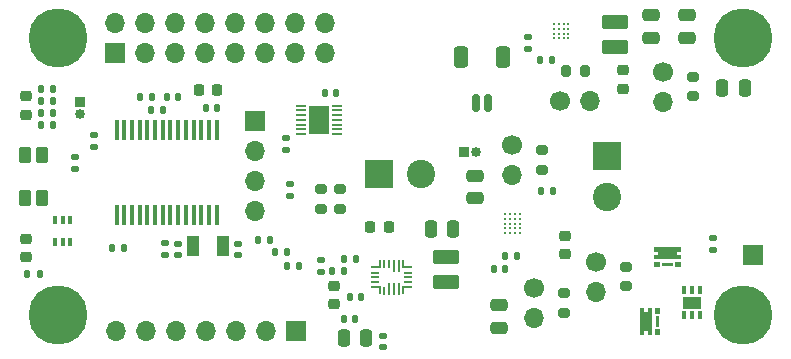
<source format=gbs>
%TF.GenerationSoftware,KiCad,Pcbnew,8.0.6*%
%TF.CreationDate,2024-11-10T15:23:17+09:00*%
%TF.ProjectId,powerups,706f7765-7275-4707-932e-6b696361645f,0.9.3*%
%TF.SameCoordinates,Original*%
%TF.FileFunction,Soldermask,Bot*%
%TF.FilePolarity,Negative*%
%FSLAX46Y46*%
G04 Gerber Fmt 4.6, Leading zero omitted, Abs format (unit mm)*
G04 Created by KiCad (PCBNEW 8.0.6) date 2024-11-10 15:23:17*
%MOMM*%
%LPD*%
G01*
G04 APERTURE LIST*
G04 Aperture macros list*
%AMRoundRect*
0 Rectangle with rounded corners*
0 $1 Rounding radius*
0 $2 $3 $4 $5 $6 $7 $8 $9 X,Y pos of 4 corners*
0 Add a 4 corners polygon primitive as box body*
4,1,4,$2,$3,$4,$5,$6,$7,$8,$9,$2,$3,0*
0 Add four circle primitives for the rounded corners*
1,1,$1+$1,$2,$3*
1,1,$1+$1,$4,$5*
1,1,$1+$1,$6,$7*
1,1,$1+$1,$8,$9*
0 Add four rect primitives between the rounded corners*
20,1,$1+$1,$2,$3,$4,$5,0*
20,1,$1+$1,$4,$5,$6,$7,0*
20,1,$1+$1,$6,$7,$8,$9,0*
20,1,$1+$1,$8,$9,$2,$3,0*%
G04 Aperture macros list end*
%ADD10C,0.100000*%
%ADD11C,5.000000*%
%ADD12R,1.700000X1.700000*%
%ADD13O,1.700000X1.700000*%
%ADD14R,0.350000X0.650000*%
%ADD15R,1.600000X1.000000*%
%ADD16R,2.400000X2.400000*%
%ADD17C,2.400000*%
%ADD18RoundRect,0.135000X-0.135000X-0.185000X0.135000X-0.185000X0.135000X0.185000X-0.135000X0.185000X0*%
%ADD19RoundRect,0.250000X0.250000X0.475000X-0.250000X0.475000X-0.250000X-0.475000X0.250000X-0.475000X0*%
%ADD20RoundRect,0.135000X0.135000X0.185000X-0.135000X0.185000X-0.135000X-0.185000X0.135000X-0.185000X0*%
%ADD21RoundRect,0.250000X0.275000X-0.450000X0.275000X0.450000X-0.275000X0.450000X-0.275000X-0.450000X0*%
%ADD22C,0.250000*%
%ADD23RoundRect,0.250000X0.475000X-0.250000X0.475000X0.250000X-0.475000X0.250000X-0.475000X-0.250000X0*%
%ADD24RoundRect,0.050000X0.337500X0.050000X-0.337500X0.050000X-0.337500X-0.050000X0.337500X-0.050000X0*%
%ADD25R,1.780000X2.350000*%
%ADD26RoundRect,0.140000X-0.170000X0.140000X-0.170000X-0.140000X0.170000X-0.140000X0.170000X0.140000X0*%
%ADD27C,1.700000*%
%ADD28RoundRect,0.200000X-0.275000X0.200000X-0.275000X-0.200000X0.275000X-0.200000X0.275000X0.200000X0*%
%ADD29RoundRect,0.135000X0.185000X-0.135000X0.185000X0.135000X-0.185000X0.135000X-0.185000X-0.135000X0*%
%ADD30RoundRect,0.225000X0.250000X-0.225000X0.250000X0.225000X-0.250000X0.225000X-0.250000X-0.225000X0*%
%ADD31R,0.850000X0.850000*%
%ADD32O,0.850000X0.850000*%
%ADD33RoundRect,0.225000X-0.225000X-0.250000X0.225000X-0.250000X0.225000X0.250000X-0.225000X0.250000X0*%
%ADD34RoundRect,0.140000X0.140000X0.170000X-0.140000X0.170000X-0.140000X-0.170000X0.140000X-0.170000X0*%
%ADD35RoundRect,0.100000X-0.100000X0.225000X-0.100000X-0.225000X0.100000X-0.225000X0.100000X0.225000X0*%
%ADD36RoundRect,0.218750X0.256250X-0.218750X0.256250X0.218750X-0.256250X0.218750X-0.256250X-0.218750X0*%
%ADD37R,0.450000X1.750000*%
%ADD38RoundRect,0.200000X-0.200000X-0.275000X0.200000X-0.275000X0.200000X0.275000X-0.200000X0.275000X0*%
%ADD39RoundRect,0.200000X0.275000X-0.200000X0.275000X0.200000X-0.275000X0.200000X-0.275000X-0.200000X0*%
%ADD40RoundRect,0.140000X-0.140000X-0.170000X0.140000X-0.170000X0.140000X0.170000X-0.140000X0.170000X0*%
%ADD41R,1.000000X1.800000*%
%ADD42RoundRect,0.225000X-0.250000X0.225000X-0.250000X-0.225000X0.250000X-0.225000X0.250000X0.225000X0*%
%ADD43RoundRect,0.225000X0.225000X0.250000X-0.225000X0.250000X-0.225000X-0.250000X0.225000X-0.250000X0*%
%ADD44RoundRect,0.250000X-0.250000X-0.475000X0.250000X-0.475000X0.250000X0.475000X-0.250000X0.475000X0*%
%ADD45RoundRect,0.140000X0.170000X-0.140000X0.170000X0.140000X-0.170000X0.140000X-0.170000X-0.140000X0*%
%ADD46RoundRect,0.250000X-0.350000X-0.650000X0.350000X-0.650000X0.350000X0.650000X-0.350000X0.650000X0*%
%ADD47RoundRect,0.150000X-0.150000X-0.625000X0.150000X-0.625000X0.150000X0.625000X-0.150000X0.625000X0*%
%ADD48RoundRect,0.250000X-0.475000X0.250000X-0.475000X-0.250000X0.475000X-0.250000X0.475000X0.250000X0*%
%ADD49RoundRect,0.135000X-0.185000X0.135000X-0.185000X-0.135000X0.185000X-0.135000X0.185000X0.135000X0*%
%ADD50RoundRect,0.250000X0.850000X-0.375000X0.850000X0.375000X-0.850000X0.375000X-0.850000X-0.375000X0*%
%ADD51RoundRect,0.050000X-0.337500X-0.050000X0.337500X-0.050000X0.337500X0.050000X-0.337500X0.050000X0*%
%ADD52RoundRect,0.050000X-0.050000X-0.300000X0.050000X-0.300000X0.050000X0.300000X-0.050000X0.300000X0*%
%ADD53RoundRect,0.050000X-0.262500X-0.050000X0.262500X-0.050000X0.262500X0.050000X-0.262500X0.050000X0*%
%ADD54RoundRect,0.050000X-0.050000X-0.259500X0.050000X-0.259500X0.050000X0.259500X-0.050000X0.259500X0*%
%ADD55RoundRect,0.050000X-0.050000X-0.450000X0.050000X-0.450000X0.050000X0.450000X-0.050000X0.450000X0*%
%ADD56RoundRect,0.050000X-0.362500X-0.050000X0.362500X-0.050000X0.362500X0.050000X-0.362500X0.050000X0*%
%ADD57RoundRect,0.050000X-0.250000X-0.050000X0.250000X-0.050000X0.250000X0.050000X-0.250000X0.050000X0*%
G04 APERTURE END LIST*
%TO.C,Q3*%
D10*
X148990000Y-108170000D02*
X149290000Y-108170000D01*
X149290000Y-110370000D01*
X148990000Y-110370000D01*
X148990000Y-108170000D01*
G36*
X148990000Y-108170000D02*
G01*
X149290000Y-108170000D01*
X149290000Y-110370000D01*
X148990000Y-110370000D01*
X148990000Y-108170000D01*
G37*
X148990000Y-108530000D02*
X149940000Y-108530000D01*
X149940000Y-110010000D01*
X148990000Y-110010000D01*
X148990000Y-108530000D01*
G36*
X148990000Y-108530000D02*
G01*
X149940000Y-108530000D01*
X149940000Y-110010000D01*
X148990000Y-110010000D01*
X148990000Y-108530000D01*
G37*
X149640000Y-108170000D02*
X149940000Y-108170000D01*
X149940000Y-110370000D01*
X149640000Y-110370000D01*
X149640000Y-108170000D01*
G36*
X149640000Y-108170000D02*
G01*
X149940000Y-108170000D01*
X149940000Y-110370000D01*
X149640000Y-110370000D01*
X149640000Y-108170000D01*
G37*
X150290000Y-108170000D02*
X150590000Y-108170000D01*
X150590000Y-108570000D01*
X150290000Y-108570000D01*
X150290000Y-108170000D01*
G36*
X150290000Y-108170000D02*
G01*
X150590000Y-108170000D01*
X150590000Y-108570000D01*
X150290000Y-108570000D01*
X150290000Y-108170000D01*
G37*
X150290000Y-109970000D02*
X150590000Y-109970000D01*
X150590000Y-110370000D01*
X150290000Y-110370000D01*
X150290000Y-109970000D01*
G36*
X150290000Y-109970000D02*
G01*
X150590000Y-109970000D01*
X150590000Y-110370000D01*
X150290000Y-110370000D01*
X150290000Y-109970000D01*
G37*
X150350000Y-108860000D02*
X150530000Y-108860000D01*
X150530000Y-109680000D01*
X150350000Y-109680000D01*
X150350000Y-108860000D01*
G36*
X150350000Y-108860000D02*
G01*
X150530000Y-108860000D01*
X150530000Y-109680000D01*
X150350000Y-109680000D01*
X150350000Y-108860000D01*
G37*
%TO.C,Q2*%
X150590000Y-104290000D02*
X150190000Y-104290000D01*
X150190000Y-104590000D01*
X150590000Y-104590000D01*
X150590000Y-104290000D01*
G36*
X150590000Y-104290000D02*
G01*
X150190000Y-104290000D01*
X150190000Y-104590000D01*
X150590000Y-104590000D01*
X150590000Y-104290000D01*
G37*
X151700000Y-104350000D02*
X150880000Y-104350000D01*
X150880000Y-104530000D01*
X151700000Y-104530000D01*
X151700000Y-104350000D01*
G36*
X151700000Y-104350000D02*
G01*
X150880000Y-104350000D01*
X150880000Y-104530000D01*
X151700000Y-104530000D01*
X151700000Y-104350000D01*
G37*
X152030000Y-102990000D02*
X150550000Y-102990000D01*
X150550000Y-103940000D01*
X152030000Y-103940000D01*
X152030000Y-102990000D01*
G36*
X152030000Y-102990000D02*
G01*
X150550000Y-102990000D01*
X150550000Y-103940000D01*
X152030000Y-103940000D01*
X152030000Y-102990000D01*
G37*
X152390000Y-102990000D02*
X150190000Y-102990000D01*
X150190000Y-103290000D01*
X152390000Y-103290000D01*
X152390000Y-102990000D01*
G36*
X152390000Y-102990000D02*
G01*
X150190000Y-102990000D01*
X150190000Y-103290000D01*
X152390000Y-103290000D01*
X152390000Y-102990000D01*
G37*
X152390000Y-103640000D02*
X150190000Y-103640000D01*
X150190000Y-103940000D01*
X152390000Y-103940000D01*
X152390000Y-103640000D01*
G36*
X152390000Y-103640000D02*
G01*
X150190000Y-103640000D01*
X150190000Y-103940000D01*
X152390000Y-103940000D01*
X152390000Y-103640000D01*
G37*
X152390000Y-104290000D02*
X151990000Y-104290000D01*
X151990000Y-104590000D01*
X152390000Y-104590000D01*
X152390000Y-104290000D01*
G36*
X152390000Y-104290000D02*
G01*
X151990000Y-104290000D01*
X151990000Y-104590000D01*
X152390000Y-104590000D01*
X152390000Y-104290000D01*
G37*
%TD*%
D11*
%TO.C,H1*%
X99690000Y-85280000D03*
%TD*%
%TO.C,H2*%
X157690000Y-85280000D03*
%TD*%
%TO.C,H4*%
X157690000Y-108780000D03*
%TD*%
%TO.C,H3*%
X99690000Y-108780000D03*
%TD*%
D12*
%TO.C,CONN4*%
X104565000Y-86550000D03*
D13*
X104565000Y-84010000D03*
X107105000Y-86550000D03*
X107105000Y-84010000D03*
X109645000Y-86550000D03*
X109645000Y-84010000D03*
X112185000Y-86550000D03*
X112185000Y-84010000D03*
X114725000Y-86550000D03*
X114725000Y-84010000D03*
X117265000Y-86550000D03*
X117265000Y-84010000D03*
X119805000Y-86550000D03*
X119805000Y-84010000D03*
X122345000Y-86550000D03*
X122345000Y-84010000D03*
%TD*%
D12*
%TO.C,CONN3*%
X119890000Y-110140000D03*
D13*
X117350000Y-110140000D03*
X114810000Y-110140000D03*
X112270000Y-110140000D03*
X109730000Y-110140000D03*
X107190000Y-110140000D03*
X104650000Y-110140000D03*
%TD*%
D12*
%TO.C,CONN5*%
X116380000Y-92300000D03*
D13*
X116380000Y-94840000D03*
X116380000Y-97380000D03*
X116380000Y-99920000D03*
%TD*%
D14*
%TO.C,U5*%
X154052500Y-108757500D03*
X153402500Y-108757500D03*
X152752500Y-108757500D03*
X152752500Y-106657500D03*
X153402500Y-106657500D03*
X154052500Y-106657500D03*
D15*
X153402500Y-107707500D03*
%TD*%
D16*
%TO.C,CONN1*%
X126940000Y-96800000D03*
D17*
X130440000Y-96800000D03*
%TD*%
D18*
%TO.C,R27*%
X97140000Y-105300000D03*
X98160000Y-105300000D03*
%TD*%
D19*
%TO.C,C13*%
X125820000Y-110730000D03*
X123920000Y-110730000D03*
%TD*%
D20*
%TO.C,R19*%
X107660000Y-90270000D03*
X106640000Y-90270000D03*
%TD*%
D21*
%TO.C,BTN1*%
X98375000Y-98830000D03*
X98375000Y-95230000D03*
X96935000Y-98830000D03*
X96935000Y-95230000D03*
%TD*%
D22*
%TO.C,U1*%
X138800000Y-100220000D03*
X138400000Y-100220000D03*
X138000000Y-100220000D03*
X137600000Y-100220000D03*
X138800000Y-100620000D03*
X138400000Y-100620000D03*
X138000000Y-100620000D03*
X137600000Y-100620000D03*
X138800000Y-101020000D03*
X138400000Y-101020000D03*
X138000000Y-101020000D03*
X137600000Y-101020000D03*
X138800000Y-101420000D03*
X138400000Y-101420000D03*
X138000000Y-101420000D03*
X137600000Y-101420000D03*
X138800000Y-101820000D03*
X138400000Y-101820000D03*
X138000000Y-101820000D03*
X137600000Y-101820000D03*
%TD*%
D23*
%TO.C,C2*%
X135030000Y-98850000D03*
X135030000Y-96950000D03*
%TD*%
D24*
%TO.C,U7*%
X123312500Y-91030000D03*
X123312500Y-91430000D03*
X123312500Y-91830000D03*
X123312500Y-92230000D03*
X123312500Y-92630000D03*
X123312500Y-93030000D03*
X123312500Y-93430000D03*
X120337500Y-93430000D03*
X120337500Y-93030000D03*
X120337500Y-92630000D03*
X120337500Y-92230000D03*
X120337500Y-91830000D03*
X120337500Y-91430000D03*
X120337500Y-91030000D03*
D25*
X121825000Y-92230000D03*
%TD*%
D26*
%TO.C,C5*%
X109850000Y-102700000D03*
X109850000Y-103660000D03*
%TD*%
D27*
%TO.C,R4*%
X140020000Y-106470000D03*
D28*
X142550000Y-106895000D03*
X142550000Y-108545000D03*
D13*
X140020000Y-109010000D03*
%TD*%
D29*
%TO.C,R30*%
X119410000Y-98700000D03*
X119410000Y-97680000D03*
%TD*%
D30*
%TO.C,C17*%
X123070000Y-107860000D03*
X123070000Y-106310000D03*
%TD*%
D20*
%TO.C,R6*%
X138580000Y-103760000D03*
X137560000Y-103760000D03*
%TD*%
D16*
%TO.C,CONN7*%
X146190000Y-95275000D03*
D17*
X146190000Y-98775000D03*
%TD*%
D31*
%TO.C,CONN2*%
X101580000Y-90720000D03*
D32*
X101580000Y-91720000D03*
%TD*%
D30*
%TO.C,C11*%
X142660000Y-103620000D03*
X142660000Y-102070000D03*
%TD*%
D33*
%TO.C,C21*%
X111630000Y-89680000D03*
X113180000Y-89680000D03*
%TD*%
D29*
%TO.C,R15*%
X139550000Y-86260000D03*
X139550000Y-85240000D03*
%TD*%
D34*
%TO.C,C14*%
X124910000Y-109130000D03*
X123950000Y-109130000D03*
%TD*%
D35*
%TO.C,Q1*%
X99460000Y-100670000D03*
X100110000Y-100670000D03*
X100760000Y-100670000D03*
X100760000Y-102570000D03*
X100110000Y-102570000D03*
X99460000Y-102570000D03*
%TD*%
D18*
%TO.C,R26*%
X104290000Y-103060000D03*
X105310000Y-103060000D03*
%TD*%
D36*
%TO.C,LED2*%
X97050000Y-103850000D03*
X97050000Y-102275000D03*
%TD*%
%TO.C,LED1*%
X97020000Y-91777500D03*
X97020000Y-90202500D03*
%TD*%
D18*
%TO.C,R14*%
X140500000Y-87140000D03*
X141520000Y-87140000D03*
%TD*%
%TO.C,R11*%
X122950000Y-105020000D03*
X123970000Y-105020000D03*
%TD*%
D34*
%TO.C,C19*%
X123270000Y-89930000D03*
X122310000Y-89930000D03*
%TD*%
D37*
%TO.C,U4*%
X104700000Y-93100000D03*
X105350000Y-93100000D03*
X106000000Y-93100000D03*
X106650000Y-93100000D03*
X107300000Y-93100000D03*
X107950000Y-93100000D03*
X108600000Y-93100000D03*
X109250000Y-93100000D03*
X109900000Y-93100000D03*
X110550000Y-93100000D03*
X111200000Y-93100000D03*
X111850000Y-93100000D03*
X112500000Y-93100000D03*
X113150000Y-93100000D03*
X113150000Y-100300000D03*
X112500000Y-100300000D03*
X111850000Y-100300000D03*
X111200000Y-100300000D03*
X110550000Y-100300000D03*
X109900000Y-100300000D03*
X109250000Y-100300000D03*
X108600000Y-100300000D03*
X107950000Y-100300000D03*
X107300000Y-100300000D03*
X106650000Y-100300000D03*
X106000000Y-100300000D03*
X105350000Y-100300000D03*
X104700000Y-100300000D03*
%TD*%
D18*
%TO.C,R28*%
X123970000Y-103980000D03*
X124990000Y-103980000D03*
%TD*%
D27*
%TO.C,R13*%
X142270000Y-90640000D03*
D38*
X142695000Y-88110000D03*
X144345000Y-88110000D03*
D13*
X144810000Y-90640000D03*
%TD*%
D27*
%TO.C,R5*%
X138170000Y-94360000D03*
D28*
X140700000Y-94785000D03*
X140700000Y-96435000D03*
D13*
X138170000Y-96900000D03*
%TD*%
D39*
%TO.C,R12*%
X123620000Y-99750000D03*
X123620000Y-98100000D03*
%TD*%
D27*
%TO.C,R24*%
X145286250Y-104245000D03*
D28*
X147816250Y-104670000D03*
X147816250Y-106320000D03*
D13*
X145286250Y-106785000D03*
%TD*%
D20*
%TO.C,R7*%
X99290000Y-90660000D03*
X98270000Y-90660000D03*
%TD*%
D40*
%TO.C,C9*%
X136640000Y-104840000D03*
X137600000Y-104840000D03*
%TD*%
D18*
%TO.C,R25*%
X116650000Y-102370000D03*
X117670000Y-102370000D03*
%TD*%
D41*
%TO.C,Y1*%
X111180000Y-102920000D03*
X113680000Y-102920000D03*
%TD*%
D12*
%TO.C,TP1*%
X158590000Y-103700000D03*
%TD*%
D40*
%TO.C,C10*%
X108930000Y-90300000D03*
X109890000Y-90300000D03*
%TD*%
D42*
%TO.C,C6*%
X147540000Y-88040000D03*
X147540000Y-89590000D03*
%TD*%
D22*
%TO.C,U3*%
X141735000Y-85335000D03*
X142135000Y-85335000D03*
X142535000Y-85335000D03*
X142935000Y-85335000D03*
X141735000Y-84935000D03*
X142135000Y-84935000D03*
X142535000Y-84935000D03*
X142935000Y-84935000D03*
X141735000Y-84535000D03*
X142135000Y-84535000D03*
X142535000Y-84535000D03*
X142935000Y-84535000D03*
X141735000Y-84135000D03*
X142135000Y-84135000D03*
X142535000Y-84135000D03*
X142935000Y-84135000D03*
%TD*%
D23*
%TO.C,C7*%
X149950000Y-85260000D03*
X149950000Y-83360000D03*
%TD*%
D43*
%TO.C,C15*%
X127725000Y-101310000D03*
X126175000Y-101310000D03*
%TD*%
D40*
%TO.C,C22*%
X112220000Y-91230000D03*
X113180000Y-91230000D03*
%TD*%
D44*
%TO.C,C1*%
X155980000Y-89500000D03*
X157880000Y-89500000D03*
%TD*%
D45*
%TO.C,C23*%
X108780000Y-103650000D03*
X108780000Y-102690000D03*
%TD*%
D27*
%TO.C,R18*%
X150986250Y-88155000D03*
D28*
X153516250Y-88580000D03*
X153516250Y-90230000D03*
D13*
X150986250Y-90695000D03*
%TD*%
D46*
%TO.C,CONN6*%
X133810000Y-86940000D03*
X137410000Y-86940000D03*
D47*
X135110000Y-90815000D03*
X136110000Y-90815000D03*
%TD*%
D48*
%TO.C,C3*%
X137100000Y-107920000D03*
X137100000Y-109820000D03*
%TD*%
D40*
%TO.C,C16*%
X124410000Y-107240000D03*
X125370000Y-107240000D03*
%TD*%
D26*
%TO.C,C20*%
X119000000Y-93790000D03*
X119000000Y-94750000D03*
%TD*%
D49*
%TO.C,R23*%
X155210000Y-102210000D03*
X155210000Y-103230000D03*
%TD*%
D20*
%TO.C,R21*%
X108630000Y-91360000D03*
X107610000Y-91360000D03*
%TD*%
D29*
%TO.C,R29*%
X121990000Y-105080000D03*
X121990000Y-104060000D03*
%TD*%
D26*
%TO.C,C12*%
X127210000Y-110510000D03*
X127210000Y-111470000D03*
%TD*%
D50*
%TO.C,L2*%
X132600000Y-105970000D03*
X132600000Y-103820000D03*
%TD*%
D20*
%TO.C,R10*%
X99290000Y-92660000D03*
X98270000Y-92660000D03*
%TD*%
%TO.C,R22*%
X119150000Y-103430000D03*
X118130000Y-103430000D03*
%TD*%
D44*
%TO.C,C18*%
X131310000Y-101460000D03*
X133210000Y-101460000D03*
%TD*%
D23*
%TO.C,C8*%
X153010000Y-85260000D03*
X153010000Y-83360000D03*
%TD*%
D39*
%TO.C,R17*%
X122020000Y-99745000D03*
X122020000Y-98095000D03*
%TD*%
D31*
%TO.C,CONN8*%
X134110000Y-94920000D03*
D32*
X135110000Y-94920000D03*
%TD*%
D18*
%TO.C,R1*%
X140620000Y-98280000D03*
X141640000Y-98280000D03*
%TD*%
D45*
%TO.C,C4*%
X115000000Y-103690000D03*
X115000000Y-102730000D03*
%TD*%
D18*
%TO.C,R20*%
X119130000Y-104640000D03*
X120150000Y-104640000D03*
%TD*%
D20*
%TO.C,R8*%
X99290000Y-91680000D03*
X98270000Y-91680000D03*
%TD*%
D49*
%TO.C,R2*%
X102750000Y-93500000D03*
X102750000Y-94520000D03*
%TD*%
D51*
%TO.C,U6*%
X126672000Y-106420000D03*
D52*
X126960000Y-106670000D03*
D53*
X126597000Y-105963000D03*
X126597000Y-105563000D03*
X126597000Y-105163000D03*
D51*
X126672000Y-104720000D03*
D52*
X126960000Y-104470000D03*
D54*
X127360000Y-104420000D03*
X127760000Y-104420000D03*
D55*
X128160000Y-104610000D03*
X128560000Y-104610000D03*
D52*
X128960000Y-104470000D03*
D56*
X129273000Y-104720000D03*
D57*
X129385000Y-105163000D03*
X129385000Y-105563000D03*
X129385000Y-105963000D03*
D52*
X128960000Y-106670000D03*
D56*
X129273000Y-106420000D03*
D55*
X128560000Y-106520000D03*
X128160000Y-106520000D03*
X127760000Y-106520000D03*
D54*
X127360000Y-106700000D03*
%TD*%
D50*
%TO.C,L1*%
X146900000Y-86050000D03*
X146900000Y-83900000D03*
%TD*%
D20*
%TO.C,R9*%
X99290000Y-89650000D03*
X98270000Y-89650000D03*
%TD*%
D29*
%TO.C,R3*%
X101200000Y-96400000D03*
X101200000Y-95380000D03*
%TD*%
M02*

</source>
